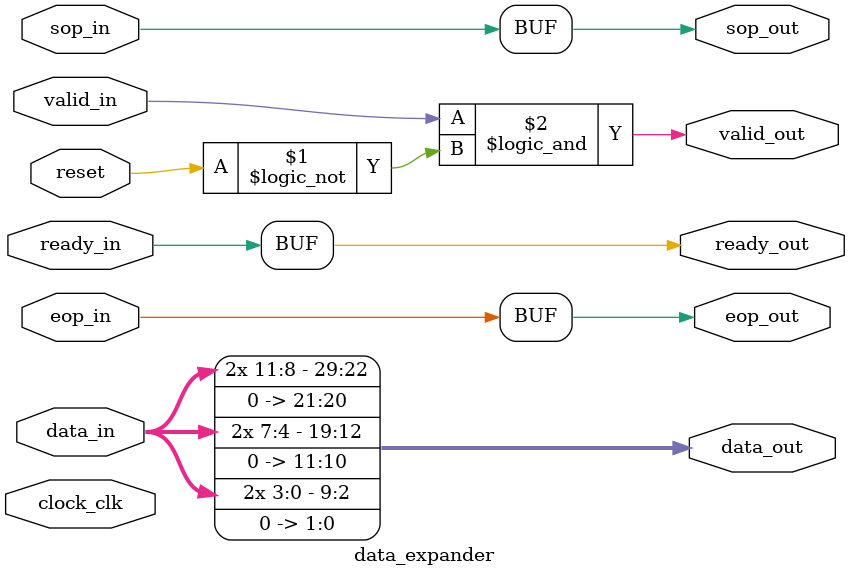
<source format=sv>
module data_expander #(
    parameter INTIAL_DATA_WIDTH = 12,
    parameter FINAL_DATA_WIDTH = 30
)(
	  input  clock_clk,
    input  logic  [INTIAL_DATA_WIDTH - 1:0]data_in,
    input  logic                sop_in,
    input  logic                eop_in,
    input  logic                valid_in,
    output logic                ready_out,

    input  logic                ready_in,
    input  logic                reset,

    output logic [FINAL_DATA_WIDTH - 1:0] data_out,
    output logic                sop_out,
    output logic                eop_out,
    output logic                valid_out

);

    assign ready_out = ready_in;
    // expand the 12 bit RGB to 30 bit RGB
    assign data_out = {{2{data_in[11:8]}}, {2{1'b0}}, {2{data_in[7:4]}}, {2{1'b0}}, {2{data_in[3:0]}}, {2{1'b0}}};

    // assign the signals as such
    assign eop_out = eop_in;
    assign sop_out = sop_in;
    assign valid_out = valid_in && (!reset);

endmodule
</source>
